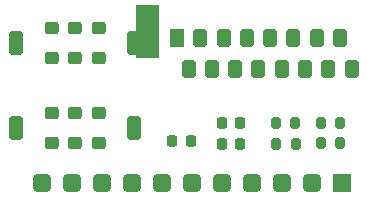
<source format=gbr>
G04 #@! TF.GenerationSoftware,KiCad,Pcbnew,(6.0.1-0)*
G04 #@! TF.CreationDate,2022-02-24T13:14:34-05:00*
G04 #@! TF.ProjectId,DC2VGA,44433256-4741-42e6-9b69-6361645f7063,1*
G04 #@! TF.SameCoordinates,Original*
G04 #@! TF.FileFunction,Soldermask,Bot*
G04 #@! TF.FilePolarity,Negative*
%FSLAX46Y46*%
G04 Gerber Fmt 4.6, Leading zero omitted, Abs format (unit mm)*
G04 Created by KiCad (PCBNEW (6.0.1-0)) date 2022-02-24 13:14:34*
%MOMM*%
%LPD*%
G01*
G04 APERTURE LIST*
G04 Aperture macros list*
%AMRoundRect*
0 Rectangle with rounded corners*
0 $1 Rounding radius*
0 $2 $3 $4 $5 $6 $7 $8 $9 X,Y pos of 4 corners*
0 Add a 4 corners polygon primitive as box body*
4,1,4,$2,$3,$4,$5,$6,$7,$8,$9,$2,$3,0*
0 Add four circle primitives for the rounded corners*
1,1,$1+$1,$2,$3*
1,1,$1+$1,$4,$5*
1,1,$1+$1,$6,$7*
1,1,$1+$1,$8,$9*
0 Add four rect primitives between the rounded corners*
20,1,$1+$1,$2,$3,$4,$5,0*
20,1,$1+$1,$4,$5,$6,$7,0*
20,1,$1+$1,$6,$7,$8,$9,0*
20,1,$1+$1,$8,$9,$2,$3,0*%
G04 Aperture macros list end*
%ADD10C,0.100000*%
%ADD11RoundRect,0.200000X0.200000X0.275000X-0.200000X0.275000X-0.200000X-0.275000X0.200000X-0.275000X0*%
%ADD12RoundRect,0.200000X-0.200000X-0.275000X0.200000X-0.275000X0.200000X0.275000X-0.200000X0.275000X0*%
%ADD13RoundRect,0.262500X0.337500X0.262500X-0.337500X0.262500X-0.337500X-0.262500X0.337500X-0.262500X0*%
%ADD14RoundRect,0.312500X-0.312500X-0.687500X0.312500X-0.687500X0.312500X0.687500X-0.312500X0.687500X0*%
%ADD15RoundRect,0.225000X-0.225000X-0.250000X0.225000X-0.250000X0.225000X0.250000X-0.225000X0.250000X0*%
%ADD16R,1.524000X1.524000*%
%ADD17RoundRect,0.381000X0.381000X0.381000X-0.381000X0.381000X-0.381000X-0.381000X0.381000X-0.381000X0*%
%ADD18RoundRect,0.225000X0.225000X0.250000X-0.225000X0.250000X-0.225000X-0.250000X0.225000X-0.250000X0*%
%ADD19RoundRect,0.262500X-0.337500X-0.262500X0.337500X-0.262500X0.337500X0.262500X-0.337500X0.262500X0*%
%ADD20RoundRect,0.312500X0.312500X0.687500X-0.312500X0.687500X-0.312500X-0.687500X0.312500X-0.687500X0*%
%ADD21R,1.200000X1.524000*%
%ADD22RoundRect,0.300000X0.300000X0.462000X-0.300000X0.462000X-0.300000X-0.462000X0.300000X-0.462000X0*%
G04 APERTURE END LIST*
D10*
X134300000Y-95310000D02*
X136090000Y-95310000D01*
X136090000Y-95310000D02*
X136090000Y-99720000D01*
X136090000Y-99720000D02*
X134300000Y-99720000D01*
X134300000Y-99720000D02*
X134300000Y-95310000D01*
G36*
X134300000Y-95310000D02*
G01*
X136090000Y-95310000D01*
X136090000Y-99720000D01*
X134300000Y-99720000D01*
X134300000Y-95310000D01*
G37*
D11*
X151555000Y-107010000D03*
X149905000Y-107010000D03*
D12*
X146135000Y-107030000D03*
X147785000Y-107030000D03*
D13*
X131120000Y-104470000D03*
X129120000Y-104470000D03*
X127120000Y-104470000D03*
X131120000Y-106970000D03*
X129120000Y-106970000D03*
X127120000Y-106970000D03*
D14*
X134120000Y-105720000D03*
X124120000Y-105720000D03*
D15*
X137355000Y-106810000D03*
X138905000Y-106810000D03*
D16*
X151731634Y-110398008D03*
D17*
X149191634Y-110398008D03*
X146651634Y-110398008D03*
X131411634Y-110398008D03*
X128871634Y-110398008D03*
X139031634Y-110398008D03*
X136491634Y-110398008D03*
X126331634Y-110398008D03*
X144111634Y-110398008D03*
X133951634Y-110398008D03*
X141571634Y-110398008D03*
D18*
X143070000Y-105320000D03*
X141520000Y-105320000D03*
X143100000Y-107030000D03*
X141550000Y-107030000D03*
D19*
X127120000Y-99750000D03*
X129120000Y-99750000D03*
X131120000Y-99750000D03*
X127120000Y-97250000D03*
X129120000Y-97250000D03*
X131120000Y-97250000D03*
D20*
X124120000Y-98500000D03*
X134120000Y-98500000D03*
D21*
X137746684Y-98103008D03*
D22*
X138726684Y-100703008D03*
X139716684Y-98103008D03*
X140696684Y-100703008D03*
X141686684Y-98103008D03*
X142666684Y-100703008D03*
X143656684Y-98103008D03*
X144636684Y-100703008D03*
X145626684Y-98103008D03*
X146606684Y-100703008D03*
X147596684Y-98103008D03*
X148576684Y-100703008D03*
X149566684Y-98103008D03*
X150546684Y-100703008D03*
X151536684Y-98103008D03*
X152516684Y-100703008D03*
D11*
X151565000Y-105330000D03*
X149915000Y-105330000D03*
X147765000Y-105330000D03*
X146115000Y-105330000D03*
M02*

</source>
